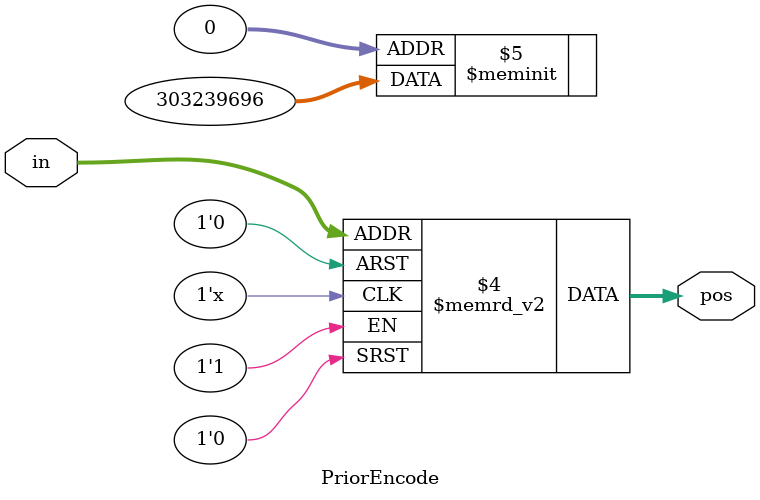
<source format=v>
module PriorEncode (
    input [3:0] in,
    output reg [1:0] pos
);
    always @(*) begin
        case (in)
            4'h0: pos = 2'd0; // no bits high
            4'h1, 4'h3, 4'h5, 4'h7, 4'h9, 4'hb, 4'hd, 4'hf: pos = 2'd0; // bit 0 high
            4'h2, 4'h6, 4'ha, 4'he: pos = 2'd1; // bit 1 high
            4'h4, 4'hc: pos = 2'd2;  // bit 2 high
            4'h8: pos = 2'd3; // bit 3 high
        endcase
    end
endmodule
</source>
